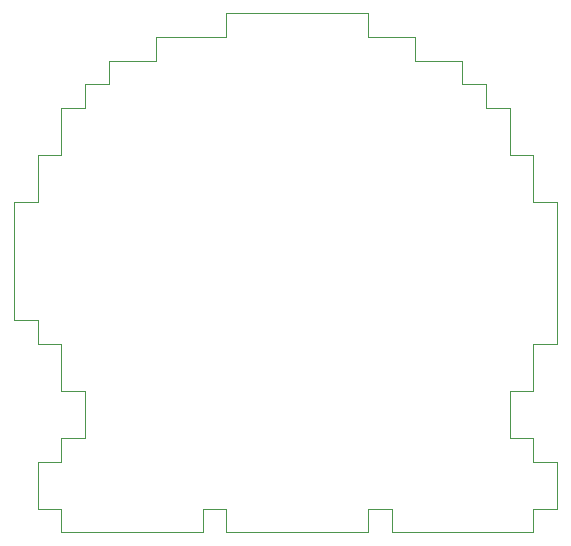
<source format=gbr>
G04 #@! TF.GenerationSoftware,KiCad,Pcbnew,5.1.2-f72e74a~84~ubuntu16.04.1*
G04 #@! TF.CreationDate,2019-07-01T21:57:51-07:00*
G04 #@! TF.ProjectId,Kirby_SAO,4b697262-795f-4534-914f-2e6b69636164,rev?*
G04 #@! TF.SameCoordinates,Original*
G04 #@! TF.FileFunction,Profile,NP*
%FSLAX46Y46*%
G04 Gerber Fmt 4.6, Leading zero omitted, Abs format (unit mm)*
G04 Created by KiCad (PCBNEW 5.1.2-f72e74a~84~ubuntu16.04.1) date 2019-07-01 21:57:51*
%MOMM*%
%LPD*%
G04 APERTURE LIST*
%ADD10C,0.100000*%
G04 APERTURE END LIST*
D10*
X81027496Y-120968159D02*
X81027496Y-119969607D01*
X81027496Y-119969607D02*
X80028944Y-119969607D01*
X80028944Y-119969607D02*
X79030390Y-119969607D01*
X79030390Y-119969607D02*
X79030390Y-117972501D01*
X79030390Y-117972501D02*
X79030390Y-115975396D01*
X79030390Y-115975396D02*
X80028944Y-115975396D01*
X80028944Y-115975396D02*
X81027496Y-115975396D01*
X81027496Y-115975396D02*
X81027496Y-114976843D01*
X81027496Y-114976843D02*
X81027496Y-113978290D01*
X81027496Y-113978290D02*
X82026049Y-113978290D01*
X82026049Y-113978290D02*
X82991317Y-113978290D01*
X82991317Y-113978290D02*
X82991317Y-111981183D01*
X82991317Y-111981183D02*
X82991317Y-110017362D01*
X82991317Y-110017362D02*
X82026049Y-110017362D01*
X82026049Y-110017362D02*
X80994211Y-110017362D01*
X80994211Y-110017362D02*
X80994211Y-107986972D01*
X80994211Y-107986972D02*
X80994211Y-105989867D01*
X80994211Y-105989867D02*
X80028944Y-105989867D01*
X80028944Y-105989867D02*
X79030390Y-105989867D01*
X79030390Y-105989867D02*
X79030390Y-104991315D01*
X79030390Y-104991315D02*
X79030390Y-103992762D01*
X79030390Y-103992762D02*
X78031838Y-103992762D01*
X78031838Y-103992762D02*
X77033285Y-103992762D01*
X77033285Y-103992762D02*
X77033285Y-98999998D01*
X77033285Y-98999998D02*
X77033285Y-94007233D01*
X77033285Y-94007233D02*
X78031838Y-94007233D01*
X78031838Y-94007233D02*
X79030390Y-94007233D01*
X79030390Y-94007233D02*
X79030390Y-92010128D01*
X79030390Y-92010128D02*
X79030390Y-90013023D01*
X79030390Y-90013023D02*
X80028944Y-90013023D01*
X80028944Y-90013023D02*
X81027496Y-90013023D01*
X81027496Y-90013023D02*
X81027496Y-88015916D01*
X81027496Y-88015916D02*
X81027496Y-86018811D01*
X81027496Y-86018811D02*
X82026049Y-86018811D01*
X82026049Y-86018811D02*
X83024602Y-86018811D01*
X83024602Y-86018811D02*
X83024602Y-85020258D01*
X83024602Y-85020258D02*
X83024602Y-84021705D01*
X83024602Y-84021705D02*
X84023155Y-84021705D01*
X84023155Y-84021705D02*
X85021707Y-84021705D01*
X85021707Y-84021705D02*
X85021707Y-83023153D01*
X85021707Y-83023153D02*
X85021707Y-82024600D01*
X85021707Y-82024600D02*
X87018813Y-82024600D01*
X87018813Y-82024600D02*
X89015919Y-82024600D01*
X89015919Y-82024600D02*
X89015919Y-81026047D01*
X89015919Y-81026047D02*
X89015919Y-80027494D01*
X89015919Y-80027494D02*
X92011578Y-80027494D01*
X92011578Y-80027494D02*
X95007236Y-80027494D01*
X95007236Y-80027494D02*
X95007236Y-79028941D01*
X95007236Y-79028941D02*
X95007236Y-78030389D01*
X95007236Y-78030389D02*
X100998554Y-78030389D01*
X100998554Y-78030389D02*
X106989870Y-78030389D01*
X106989870Y-78030389D02*
X106989870Y-79028941D01*
X106989870Y-79028941D02*
X106989870Y-80027494D01*
X106989870Y-80027494D02*
X108986976Y-80027494D01*
X108986976Y-80027494D02*
X110984081Y-80027494D01*
X110984081Y-80027494D02*
X110984081Y-81026047D01*
X110984081Y-81026047D02*
X110984081Y-82024600D01*
X110984081Y-82024600D02*
X112981188Y-82024600D01*
X112981188Y-82024600D02*
X114978293Y-82024600D01*
X114978293Y-82024600D02*
X114978293Y-83023153D01*
X114978293Y-83023153D02*
X114978293Y-84021705D01*
X114978293Y-84021705D02*
X115976846Y-84021705D01*
X115976846Y-84021705D02*
X116975399Y-84021705D01*
X116975399Y-84021705D02*
X116975399Y-85020258D01*
X116975399Y-85020258D02*
X116975399Y-86018811D01*
X116975399Y-86018811D02*
X117973952Y-86018811D01*
X117973952Y-86018811D02*
X118972505Y-86018811D01*
X118972505Y-86018811D02*
X118972505Y-88015916D01*
X118972505Y-88015916D02*
X118972505Y-90013023D01*
X118972505Y-90013023D02*
X119971057Y-90013023D01*
X119971057Y-90013023D02*
X120969609Y-90013023D01*
X120969609Y-90013023D02*
X120969609Y-92010128D01*
X120969609Y-92010128D02*
X120969609Y-94007233D01*
X120969609Y-94007233D02*
X121968162Y-94007233D01*
X121968162Y-94007233D02*
X122966715Y-94007233D01*
X122966715Y-94007233D02*
X122966715Y-99998551D01*
X122966715Y-99998551D02*
X122966715Y-105989867D01*
X122966715Y-105989867D02*
X121968162Y-105989867D01*
X121968162Y-105989867D02*
X120969609Y-105989867D01*
X120969609Y-105989867D02*
X120969609Y-107986972D01*
X120969609Y-107986972D02*
X120969609Y-109984078D01*
X120969609Y-109984078D02*
X119971057Y-109984078D01*
X119971057Y-109984078D02*
X118972505Y-109984078D01*
X118972505Y-109984078D02*
X118972505Y-111981183D01*
X118972505Y-111981183D02*
X118972505Y-113978290D01*
X118972505Y-113978290D02*
X119971057Y-113978290D01*
X119971057Y-113978290D02*
X120969609Y-113978290D01*
X120969609Y-113978290D02*
X120969609Y-114976843D01*
X120969609Y-114976843D02*
X120969609Y-115975396D01*
X120969609Y-115975396D02*
X121968162Y-115975396D01*
X121968162Y-115975396D02*
X122966715Y-115975396D01*
X122966715Y-115975396D02*
X122966715Y-117972501D01*
X122966715Y-117972501D02*
X122966715Y-119969607D01*
X122966715Y-119969607D02*
X121968162Y-119969607D01*
X121968162Y-119969607D02*
X120969609Y-119969607D01*
X120969609Y-119969607D02*
X120969609Y-120968159D01*
X120969609Y-120968159D02*
X120969609Y-121966712D01*
X120969609Y-121966712D02*
X114978293Y-121966712D01*
X114978293Y-121966712D02*
X108986976Y-121966712D01*
X108986976Y-121966712D02*
X108986976Y-120968159D01*
X108986976Y-120968159D02*
X108986976Y-119969607D01*
X108986976Y-119969607D02*
X107988423Y-119969607D01*
X107988423Y-119969607D02*
X106989870Y-119969607D01*
X106989870Y-119969607D02*
X106989870Y-120968159D01*
X106989870Y-120968159D02*
X106989870Y-121966712D01*
X106989870Y-121966712D02*
X100998554Y-121966712D01*
X100998554Y-121966712D02*
X94973950Y-121966712D01*
X94973950Y-121966712D02*
X94973950Y-120968159D01*
X94973950Y-120968159D02*
X94973950Y-120002891D01*
X94973950Y-120002891D02*
X94008683Y-120002891D01*
X94008683Y-120002891D02*
X92976845Y-120002891D01*
X92976845Y-120002891D02*
X92976845Y-120968159D01*
X92976845Y-120968159D02*
X92976845Y-121966712D01*
X92976845Y-121966712D02*
X87018813Y-121966712D01*
X87018813Y-121966712D02*
X81027496Y-121966712D01*
X81027496Y-121966712D02*
X81027496Y-120968159D01*
X81027496Y-120968159D02*
X81027496Y-120968159D01*
X81027496Y-120968159D02*
X81027496Y-120968159D01*
M02*

</source>
